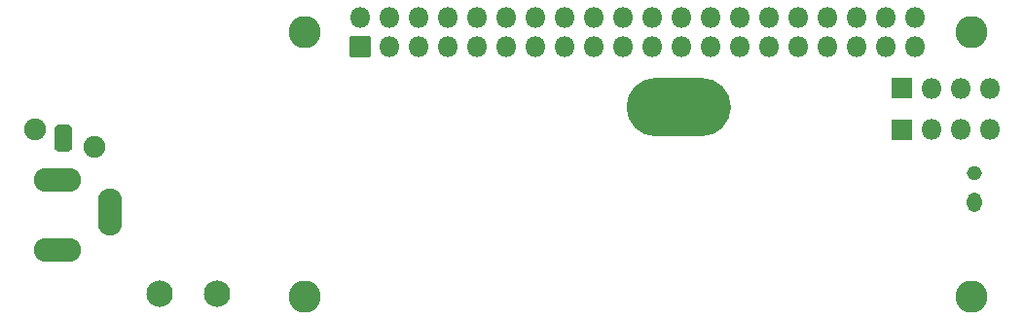
<source format=gbs>
G04 #@! TF.GenerationSoftware,KiCad,Pcbnew,(5.1.10)-1*
G04 #@! TF.CreationDate,2021-12-24T20:30:38+01:00*
G04 #@! TF.ProjectId,pi_power_hat,70695f70-6f77-4657-925f-6861742e6b69,1.0*
G04 #@! TF.SameCoordinates,Original*
G04 #@! TF.FileFunction,Soldermask,Bot*
G04 #@! TF.FilePolarity,Negative*
%FSLAX46Y46*%
G04 Gerber Fmt 4.6, Leading zero omitted, Abs format (unit mm)*
G04 Created by KiCad (PCBNEW (5.1.10)-1) date 2021-12-24 20:30:38*
%MOMM*%
%LPD*%
G01*
G04 APERTURE LIST*
%ADD10O,2.102000X4.102000*%
%ADD11O,4.102000X2.102000*%
%ADD12O,1.802000X1.802000*%
%ADD13C,2.802000*%
%ADD14O,1.302000X1.702000*%
%ADD15O,1.302000X1.302000*%
%ADD16C,2.302000*%
%ADD17C,1.902000*%
%ADD18C,0.100000*%
G04 APERTURE END LIST*
D10*
X104155000Y-110277000D03*
D11*
X99555000Y-107477000D03*
X99555000Y-113577000D03*
G36*
G01*
X173882000Y-100369000D02*
X172182000Y-100369000D01*
G75*
G02*
X172131000Y-100318000I0J51000D01*
G01*
X172131000Y-98618000D01*
G75*
G02*
X172182000Y-98567000I51000J0D01*
G01*
X173882000Y-98567000D01*
G75*
G02*
X173933000Y-98618000I0J-51000D01*
G01*
X173933000Y-100318000D01*
G75*
G02*
X173882000Y-100369000I-51000J0D01*
G01*
G37*
D12*
X175572000Y-99468000D03*
X178112000Y-99468000D03*
X180652000Y-99468000D03*
G36*
G01*
X151600000Y-98549000D02*
X155600000Y-98549000D01*
G75*
G02*
X158151000Y-101100000I0J-2551000D01*
G01*
X158151000Y-101100000D01*
G75*
G02*
X155600000Y-103651000I-2551000J0D01*
G01*
X151600000Y-103651000D01*
G75*
G02*
X149049000Y-101100000I0J2551000D01*
G01*
X149049000Y-101100000D01*
G75*
G02*
X151600000Y-98549000I2551000J0D01*
G01*
G37*
G36*
G01*
X125052000Y-94937000D02*
X126752000Y-94937000D01*
G75*
G02*
X126803000Y-94988000I0J-51000D01*
G01*
X126803000Y-96688000D01*
G75*
G02*
X126752000Y-96739000I-51000J0D01*
G01*
X125052000Y-96739000D01*
G75*
G02*
X125001000Y-96688000I0J51000D01*
G01*
X125001000Y-94988000D01*
G75*
G02*
X125052000Y-94937000I51000J0D01*
G01*
G37*
X125902000Y-93298000D03*
X128442000Y-95838000D03*
X128442000Y-93298000D03*
X130982000Y-95838000D03*
X130982000Y-93298000D03*
X133522000Y-95838000D03*
X133522000Y-93298000D03*
X136062000Y-95838000D03*
X136062000Y-93298000D03*
X138602000Y-95838000D03*
X138602000Y-93298000D03*
X141142000Y-95838000D03*
X141142000Y-93298000D03*
X143682000Y-95838000D03*
X143682000Y-93298000D03*
X146222000Y-95838000D03*
X146222000Y-93298000D03*
X148762000Y-95838000D03*
X148762000Y-93298000D03*
X151302000Y-95838000D03*
X151302000Y-93298000D03*
X153842000Y-95838000D03*
X153842000Y-93298000D03*
X156382000Y-95838000D03*
X156382000Y-93298000D03*
X158922000Y-95838000D03*
X158922000Y-93298000D03*
X161462000Y-95838000D03*
X161462000Y-93298000D03*
X164002000Y-95838000D03*
X164002000Y-93298000D03*
X166542000Y-95838000D03*
X166542000Y-93298000D03*
X169082000Y-95838000D03*
X169082000Y-93298000D03*
X171622000Y-95838000D03*
X171622000Y-93298000D03*
X174162000Y-95838000D03*
X174162000Y-93298000D03*
D13*
X121032000Y-94568000D03*
X179032000Y-94568000D03*
X179032000Y-117568000D03*
X121032000Y-117568000D03*
D14*
X179332000Y-109368000D03*
D15*
X179332000Y-106828000D03*
D12*
X180652000Y-103068000D03*
X178112000Y-103068000D03*
X175572000Y-103068000D03*
G36*
G01*
X173882000Y-103969000D02*
X172182000Y-103969000D01*
G75*
G02*
X172131000Y-103918000I0J51000D01*
G01*
X172131000Y-102218000D01*
G75*
G02*
X172182000Y-102167000I51000J0D01*
G01*
X173882000Y-102167000D01*
G75*
G02*
X173933000Y-102218000I0J-51000D01*
G01*
X173933000Y-103918000D01*
G75*
G02*
X173882000Y-103969000I-51000J0D01*
G01*
G37*
D16*
X108485000Y-117307000D03*
X113485000Y-117307000D03*
D17*
X102740000Y-104550000D03*
X97640000Y-103050000D03*
D18*
G36*
X99269980Y-103940050D02*
G01*
X99272882Y-103930483D01*
X99277595Y-103921666D01*
X99283938Y-103913938D01*
X99291666Y-103907595D01*
X99300483Y-103902882D01*
X99310050Y-103899980D01*
X99320000Y-103899000D01*
X100820000Y-103899000D01*
X100829950Y-103899980D01*
X100839517Y-103902882D01*
X100848334Y-103907595D01*
X100856062Y-103913938D01*
X100862405Y-103921666D01*
X100867118Y-103930483D01*
X100870020Y-103940050D01*
X100871000Y-103950000D01*
X100871000Y-104450000D01*
X100870398Y-104456112D01*
X100870398Y-104474534D01*
X100870152Y-104479533D01*
X100865342Y-104528364D01*
X100864608Y-104533314D01*
X100855036Y-104581439D01*
X100853820Y-104586295D01*
X100839576Y-104633250D01*
X100837890Y-104637961D01*
X100819113Y-104683294D01*
X100816973Y-104687820D01*
X100793842Y-104731093D01*
X100791269Y-104735384D01*
X100764009Y-104776183D01*
X100761027Y-104780204D01*
X100729899Y-104818133D01*
X100726538Y-104821841D01*
X100691841Y-104856538D01*
X100688133Y-104859899D01*
X100650204Y-104891027D01*
X100646183Y-104894009D01*
X100605384Y-104921269D01*
X100601093Y-104923842D01*
X100557820Y-104946973D01*
X100553294Y-104949113D01*
X100507961Y-104967890D01*
X100503250Y-104969576D01*
X100456295Y-104983820D01*
X100451439Y-104985036D01*
X100403314Y-104994608D01*
X100398364Y-104995342D01*
X100349533Y-105000152D01*
X100344534Y-105000398D01*
X100326112Y-105000398D01*
X100320000Y-105001000D01*
X99820000Y-105001000D01*
X99813888Y-105000398D01*
X99795466Y-105000398D01*
X99790467Y-105000152D01*
X99741636Y-104995342D01*
X99736686Y-104994608D01*
X99688561Y-104985036D01*
X99683705Y-104983820D01*
X99636750Y-104969576D01*
X99632039Y-104967890D01*
X99586706Y-104949113D01*
X99582180Y-104946973D01*
X99538907Y-104923842D01*
X99534616Y-104921269D01*
X99493817Y-104894009D01*
X99489796Y-104891027D01*
X99451867Y-104859899D01*
X99448159Y-104856538D01*
X99413462Y-104821841D01*
X99410101Y-104818133D01*
X99378973Y-104780204D01*
X99375991Y-104776183D01*
X99348731Y-104735384D01*
X99346158Y-104731093D01*
X99323027Y-104687820D01*
X99320887Y-104683294D01*
X99302110Y-104637961D01*
X99300424Y-104633250D01*
X99286180Y-104586295D01*
X99284964Y-104581439D01*
X99275392Y-104533314D01*
X99274658Y-104528364D01*
X99269848Y-104479533D01*
X99269602Y-104474534D01*
X99269602Y-104456112D01*
X99269000Y-104450000D01*
X99269000Y-103950000D01*
X99269980Y-103940050D01*
G37*
G36*
X99269602Y-103143888D02*
G01*
X99269602Y-103125466D01*
X99269848Y-103120467D01*
X99274658Y-103071636D01*
X99275392Y-103066686D01*
X99284964Y-103018561D01*
X99286180Y-103013705D01*
X99300424Y-102966750D01*
X99302110Y-102962039D01*
X99320887Y-102916706D01*
X99323027Y-102912180D01*
X99346158Y-102868907D01*
X99348731Y-102864616D01*
X99375991Y-102823817D01*
X99378973Y-102819796D01*
X99410101Y-102781867D01*
X99413462Y-102778159D01*
X99448159Y-102743462D01*
X99451867Y-102740101D01*
X99489796Y-102708973D01*
X99493817Y-102705991D01*
X99534616Y-102678731D01*
X99538907Y-102676158D01*
X99582180Y-102653027D01*
X99586706Y-102650887D01*
X99632039Y-102632110D01*
X99636750Y-102630424D01*
X99683705Y-102616180D01*
X99688561Y-102614964D01*
X99736686Y-102605392D01*
X99741636Y-102604658D01*
X99790467Y-102599848D01*
X99795466Y-102599602D01*
X99813888Y-102599602D01*
X99820000Y-102599000D01*
X100320000Y-102599000D01*
X100326112Y-102599602D01*
X100344534Y-102599602D01*
X100349533Y-102599848D01*
X100398364Y-102604658D01*
X100403314Y-102605392D01*
X100451439Y-102614964D01*
X100456295Y-102616180D01*
X100503250Y-102630424D01*
X100507961Y-102632110D01*
X100553294Y-102650887D01*
X100557820Y-102653027D01*
X100601093Y-102676158D01*
X100605384Y-102678731D01*
X100646183Y-102705991D01*
X100650204Y-102708973D01*
X100688133Y-102740101D01*
X100691841Y-102743462D01*
X100726538Y-102778159D01*
X100729899Y-102781867D01*
X100761027Y-102819796D01*
X100764009Y-102823817D01*
X100791269Y-102864616D01*
X100793842Y-102868907D01*
X100816973Y-102912180D01*
X100819113Y-102916706D01*
X100837890Y-102962039D01*
X100839576Y-102966750D01*
X100853820Y-103013705D01*
X100855036Y-103018561D01*
X100864608Y-103066686D01*
X100865342Y-103071636D01*
X100870152Y-103120467D01*
X100870398Y-103125466D01*
X100870398Y-103143888D01*
X100871000Y-103150000D01*
X100871000Y-103650000D01*
X100870020Y-103659950D01*
X100867118Y-103669517D01*
X100862405Y-103678334D01*
X100856062Y-103686062D01*
X100848334Y-103692405D01*
X100839517Y-103697118D01*
X100829950Y-103700020D01*
X100820000Y-103701000D01*
X99320000Y-103701000D01*
X99310050Y-103700020D01*
X99300483Y-103697118D01*
X99291666Y-103692405D01*
X99283938Y-103686062D01*
X99277595Y-103678334D01*
X99272882Y-103669517D01*
X99269980Y-103659950D01*
X99269000Y-103650000D01*
X99269000Y-103150000D01*
X99269602Y-103143888D01*
G37*
G36*
X99295333Y-103692097D02*
G01*
X99301252Y-103695261D01*
X99310445Y-103698050D01*
X99320094Y-103699000D01*
X100819906Y-103699000D01*
X100829555Y-103698050D01*
X100838748Y-103695261D01*
X100844671Y-103692095D01*
X100846670Y-103692161D01*
X100847613Y-103693924D01*
X100846883Y-103695405D01*
X100845751Y-103696334D01*
X100845593Y-103696451D01*
X100832904Y-103704929D01*
X100815857Y-103721976D01*
X100802462Y-103742024D01*
X100793236Y-103764298D01*
X100788532Y-103787948D01*
X100788532Y-103812054D01*
X100793237Y-103835704D01*
X100802463Y-103857978D01*
X100815858Y-103878025D01*
X100832905Y-103895072D01*
X100845593Y-103903550D01*
X100845751Y-103903667D01*
X100846879Y-103904593D01*
X100847583Y-103906465D01*
X100846314Y-103908011D01*
X100844667Y-103907903D01*
X100838748Y-103904739D01*
X100829555Y-103901950D01*
X100819906Y-103901000D01*
X99320094Y-103901000D01*
X99310445Y-103901950D01*
X99301252Y-103904739D01*
X99295329Y-103907905D01*
X99293330Y-103907839D01*
X99292387Y-103906076D01*
X99293117Y-103904595D01*
X99294249Y-103903666D01*
X99294407Y-103903549D01*
X99307096Y-103895071D01*
X99324143Y-103878024D01*
X99337538Y-103857976D01*
X99346764Y-103835702D01*
X99351468Y-103812052D01*
X99351468Y-103787946D01*
X99346763Y-103764296D01*
X99337537Y-103742022D01*
X99324142Y-103721975D01*
X99307095Y-103704928D01*
X99294407Y-103696450D01*
X99294249Y-103696333D01*
X99293121Y-103695407D01*
X99292417Y-103693535D01*
X99293686Y-103691989D01*
X99295333Y-103692097D01*
G37*
M02*

</source>
